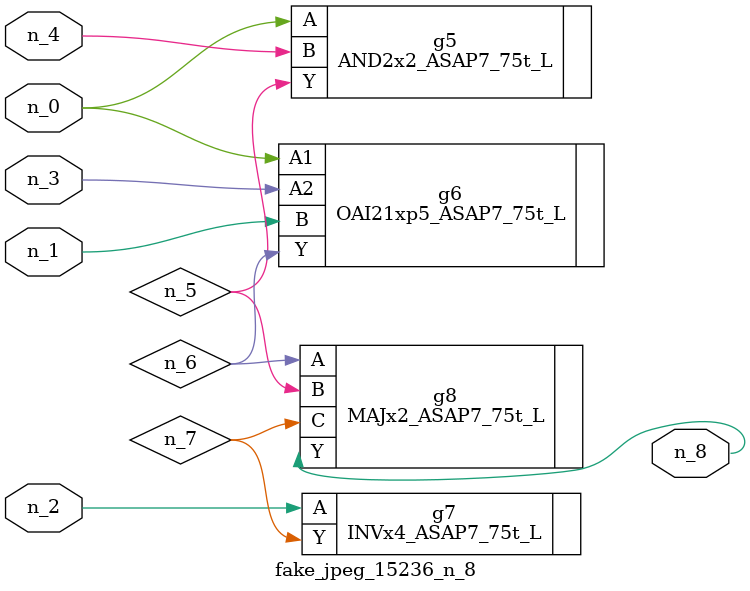
<source format=v>
module fake_jpeg_15236_n_8 (n_3, n_2, n_1, n_0, n_4, n_8);

input n_3;
input n_2;
input n_1;
input n_0;
input n_4;

output n_8;

wire n_6;
wire n_5;
wire n_7;

AND2x2_ASAP7_75t_L g5 ( 
.A(n_0),
.B(n_4),
.Y(n_5)
);

OAI21xp5_ASAP7_75t_L g6 ( 
.A1(n_0),
.A2(n_3),
.B(n_1),
.Y(n_6)
);

INVx4_ASAP7_75t_L g7 ( 
.A(n_2),
.Y(n_7)
);

MAJx2_ASAP7_75t_L g8 ( 
.A(n_6),
.B(n_5),
.C(n_7),
.Y(n_8)
);


endmodule
</source>
